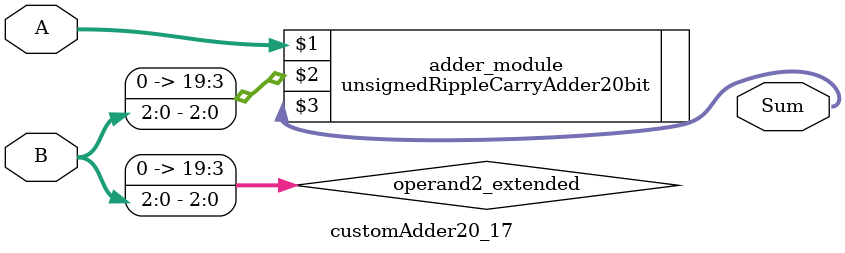
<source format=v>

module customAdder20_17(
                    input [19 : 0] A,
                    input [2 : 0] B,
                    
                    output [20 : 0] Sum
            );

    wire [19 : 0] operand2_extended;
    
    assign operand2_extended =  {17'b0, B};
    
    unsignedRippleCarryAdder20bit adder_module(
        A,
        operand2_extended,
        Sum
    );
    
endmodule
        
</source>
